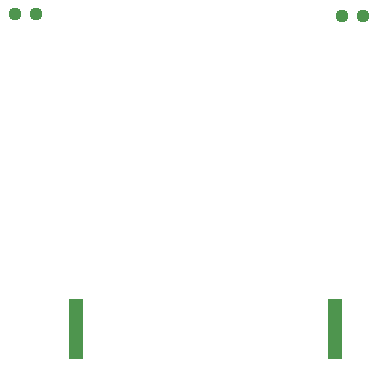
<source format=gbr>
%TF.GenerationSoftware,KiCad,Pcbnew,8.0.8*%
%TF.CreationDate,2025-02-18T10:54:12-06:00*%
%TF.ProjectId,ATTinyFlashLEDs_noSwitch,41545469-6e79-4466-9c61-73684c454473,rev?*%
%TF.SameCoordinates,Original*%
%TF.FileFunction,Paste,Bot*%
%TF.FilePolarity,Positive*%
%FSLAX46Y46*%
G04 Gerber Fmt 4.6, Leading zero omitted, Abs format (unit mm)*
G04 Created by KiCad (PCBNEW 8.0.8) date 2025-02-18 10:54:12*
%MOMM*%
%LPD*%
G01*
G04 APERTURE LIST*
G04 Aperture macros list*
%AMRoundRect*
0 Rectangle with rounded corners*
0 $1 Rounding radius*
0 $2 $3 $4 $5 $6 $7 $8 $9 X,Y pos of 4 corners*
0 Add a 4 corners polygon primitive as box body*
4,1,4,$2,$3,$4,$5,$6,$7,$8,$9,$2,$3,0*
0 Add four circle primitives for the rounded corners*
1,1,$1+$1,$2,$3*
1,1,$1+$1,$4,$5*
1,1,$1+$1,$6,$7*
1,1,$1+$1,$8,$9*
0 Add four rect primitives between the rounded corners*
20,1,$1+$1,$2,$3,$4,$5,0*
20,1,$1+$1,$4,$5,$6,$7,0*
20,1,$1+$1,$6,$7,$8,$9,0*
20,1,$1+$1,$8,$9,$2,$3,0*%
G04 Aperture macros list end*
%ADD10R,1.270000X5.080000*%
%ADD11RoundRect,0.237500X0.250000X0.237500X-0.250000X0.237500X-0.250000X-0.237500X0.250000X-0.237500X0*%
%ADD12RoundRect,0.237500X-0.250000X-0.237500X0.250000X-0.237500X0.250000X0.237500X-0.250000X0.237500X0*%
G04 APERTURE END LIST*
D10*
%TO.C,BT1*%
X130365000Y-107061000D03*
X108395000Y-107061000D03*
%TD*%
D11*
%TO.C,R2*%
X132738500Y-80518000D03*
X130913500Y-80518000D03*
%TD*%
D12*
%TO.C,R1*%
X103227500Y-80391000D03*
X105052500Y-80391000D03*
%TD*%
M02*

</source>
